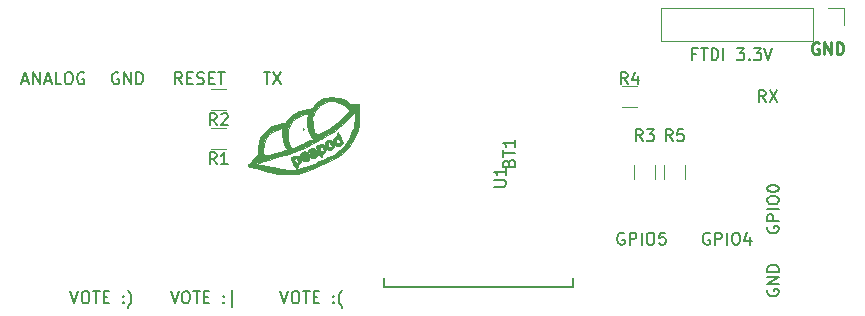
<source format=gbr>
G04 #@! TF.FileFunction,Legend,Top*
%FSLAX46Y46*%
G04 Gerber Fmt 4.6, Leading zero omitted, Abs format (unit mm)*
G04 Created by KiCad (PCBNEW 4.0.6) date Fri Aug 18 15:24:34 2017*
%MOMM*%
%LPD*%
G01*
G04 APERTURE LIST*
%ADD10C,0.100000*%
%ADD11C,0.250000*%
%ADD12C,0.152400*%
%ADD13C,0.120000*%
%ADD14C,0.010000*%
%ADD15C,0.150000*%
G04 APERTURE END LIST*
D10*
D11*
X220726096Y-29980000D02*
X220630858Y-29932381D01*
X220488001Y-29932381D01*
X220345143Y-29980000D01*
X220249905Y-30075238D01*
X220202286Y-30170476D01*
X220154667Y-30360952D01*
X220154667Y-30503810D01*
X220202286Y-30694286D01*
X220249905Y-30789524D01*
X220345143Y-30884762D01*
X220488001Y-30932381D01*
X220583239Y-30932381D01*
X220726096Y-30884762D01*
X220773715Y-30837143D01*
X220773715Y-30503810D01*
X220583239Y-30503810D01*
X221202286Y-30932381D02*
X221202286Y-29932381D01*
X221773715Y-30932381D01*
X221773715Y-29932381D01*
X222249905Y-30932381D02*
X222249905Y-29932381D01*
X222488000Y-29932381D01*
X222630858Y-29980000D01*
X222726096Y-30075238D01*
X222773715Y-30170476D01*
X222821334Y-30360952D01*
X222821334Y-30503810D01*
X222773715Y-30694286D01*
X222726096Y-30789524D01*
X222630858Y-30884762D01*
X222488000Y-30932381D01*
X222249905Y-30932381D01*
D12*
X183896000Y-49911000D02*
X183896000Y-50673000D01*
X183896000Y-50673000D02*
X199898000Y-50673000D01*
X199898000Y-50673000D02*
X199898000Y-49911000D01*
D13*
X220218000Y-27058000D02*
X207398000Y-27058000D01*
X207398000Y-27058000D02*
X207398000Y-29838000D01*
X207398000Y-29838000D02*
X220218000Y-29838000D01*
X220218000Y-29838000D02*
X220218000Y-27058000D01*
X221488000Y-27058000D02*
X222878000Y-27058000D01*
X222878000Y-27058000D02*
X222878000Y-28448000D01*
X169326000Y-37220000D02*
X170526000Y-37220000D01*
X170526000Y-38980000D02*
X169326000Y-38980000D01*
X169326000Y-33918000D02*
X170526000Y-33918000D01*
X170526000Y-35678000D02*
X169326000Y-35678000D01*
X205114000Y-41494000D02*
X205114000Y-40294000D01*
X206874000Y-40294000D02*
X206874000Y-41494000D01*
X205324000Y-35424000D02*
X204124000Y-35424000D01*
X204124000Y-33664000D02*
X205324000Y-33664000D01*
X209414000Y-40294000D02*
X209414000Y-41494000D01*
X207654000Y-41494000D02*
X207654000Y-40294000D01*
D14*
G36*
X179923429Y-34617830D02*
X180225266Y-34655496D01*
X180465565Y-34730508D01*
X180676461Y-34852877D01*
X180888820Y-35031420D01*
X181010838Y-35135244D01*
X181117875Y-35179749D01*
X181261603Y-35177085D01*
X181409989Y-35153958D01*
X181602895Y-35129110D01*
X181740828Y-35126813D01*
X181780650Y-35137983D01*
X181795004Y-35212738D01*
X181807091Y-35391050D01*
X181815943Y-35649481D01*
X181820591Y-35964595D01*
X181821054Y-36115525D01*
X181819028Y-36492773D01*
X181810764Y-36774420D01*
X181792404Y-36991840D01*
X181760090Y-37176411D01*
X181709968Y-37359506D01*
X181643983Y-37555982D01*
X181349276Y-38216432D01*
X180957868Y-38794738D01*
X180471371Y-39289155D01*
X179891395Y-39697937D01*
X179465640Y-39916629D01*
X179199758Y-40036857D01*
X178943812Y-40153680D01*
X178746412Y-40244893D01*
X178720750Y-40256924D01*
X178212967Y-40494042D01*
X177798272Y-40681067D01*
X177455742Y-40823851D01*
X177164451Y-40928248D01*
X176903476Y-41000111D01*
X176651891Y-41045292D01*
X176388772Y-41069645D01*
X176093195Y-41079023D01*
X175780090Y-41079486D01*
X175445798Y-41076412D01*
X175155621Y-41071339D01*
X174933800Y-41064875D01*
X174804572Y-41057627D01*
X174783750Y-41054499D01*
X174696785Y-41030430D01*
X174519137Y-40983320D01*
X174283129Y-40921708D01*
X174180500Y-40895142D01*
X173897792Y-40819840D01*
X173629276Y-40744406D01*
X173423325Y-40682524D01*
X173386750Y-40670597D01*
X173174398Y-40608507D01*
X172912553Y-40543968D01*
X172767625Y-40512966D01*
X172536747Y-40452228D01*
X172417225Y-40385464D01*
X172402500Y-40352308D01*
X172445920Y-40272407D01*
X172488424Y-40220708D01*
X173098837Y-40220708D01*
X173401543Y-40298815D01*
X173636320Y-40349213D01*
X173922574Y-40396832D01*
X174117000Y-40421986D01*
X174381852Y-40461328D01*
X174637487Y-40516184D01*
X174783750Y-40559508D01*
X175265391Y-40689075D01*
X175779261Y-40748449D01*
X176278471Y-40734933D01*
X176647226Y-40666669D01*
X176899541Y-40593818D01*
X177147603Y-40518516D01*
X177260250Y-40482509D01*
X177500918Y-40407419D01*
X177750676Y-40335586D01*
X177774984Y-40329029D01*
X178006523Y-40243796D01*
X178230200Y-40126800D01*
X178254831Y-40110685D01*
X178411607Y-40021671D01*
X178647789Y-39907938D01*
X178923441Y-39788205D01*
X179059229Y-39733637D01*
X179683512Y-39435491D01*
X180216186Y-39066707D01*
X180650126Y-38634225D01*
X180978211Y-38144985D01*
X181173410Y-37673971D01*
X181248040Y-37448022D01*
X181317703Y-37266126D01*
X181367612Y-37166808D01*
X181368512Y-37165674D01*
X181398313Y-37072586D01*
X181428251Y-36883645D01*
X181454096Y-36629925D01*
X181466760Y-36443855D01*
X181502287Y-35799111D01*
X180778268Y-36526409D01*
X180431883Y-36864617D01*
X180129836Y-37134035D01*
X179835829Y-37363990D01*
X179513564Y-37583809D01*
X179315040Y-37708603D01*
X179041094Y-37874859D01*
X178804806Y-38013891D01*
X178627584Y-38113426D01*
X178530838Y-38161192D01*
X178521290Y-38163621D01*
X178446043Y-38194354D01*
X178289638Y-38276663D01*
X178079273Y-38395884D01*
X177958750Y-38466906D01*
X177664859Y-38632092D01*
X177344537Y-38796228D01*
X177057914Y-38928795D01*
X177006250Y-38950328D01*
X176743925Y-39058122D01*
X176488002Y-39165606D01*
X176298882Y-39247324D01*
X176091017Y-39330140D01*
X175897291Y-39392525D01*
X175854382Y-39403016D01*
X175515207Y-39483366D01*
X175097375Y-39593907D01*
X174642121Y-39722948D01*
X174190684Y-39858800D01*
X173784301Y-39989770D01*
X173782543Y-39990362D01*
X173098837Y-40220708D01*
X172488424Y-40220708D01*
X172562491Y-40130621D01*
X172731680Y-39950808D01*
X172839432Y-39844624D01*
X173276365Y-39425128D01*
X173298410Y-38968425D01*
X173697927Y-38968425D01*
X173729774Y-39283330D01*
X173730908Y-39287591D01*
X173780243Y-39447882D01*
X173839134Y-39513774D01*
X173949192Y-39513753D01*
X174037769Y-39497667D01*
X174209944Y-39457773D01*
X174457579Y-39392085D01*
X174734971Y-39312877D01*
X174815500Y-39288814D01*
X175088402Y-39208737D01*
X175340451Y-39138947D01*
X175528234Y-39091342D01*
X175566871Y-39082896D01*
X175778492Y-39040104D01*
X175655908Y-38903427D01*
X175473237Y-38608621D01*
X175361829Y-38213987D01*
X175325172Y-37747204D01*
X175769561Y-37747204D01*
X175791673Y-37947279D01*
X175847435Y-38199816D01*
X175923883Y-38460787D01*
X176008051Y-38686166D01*
X176086973Y-38831924D01*
X176090151Y-38835854D01*
X176133886Y-38873308D01*
X176196427Y-38884143D01*
X176296060Y-38862204D01*
X176451072Y-38801338D01*
X176679749Y-38695391D01*
X177000379Y-38538209D01*
X177054640Y-38511270D01*
X177303284Y-38390948D01*
X177512575Y-38295647D01*
X177654618Y-38237745D01*
X177697491Y-38226027D01*
X177810566Y-38193581D01*
X177858791Y-38167753D01*
X177899740Y-38114619D01*
X177868011Y-38030289D01*
X177754306Y-37888329D01*
X177606102Y-37642841D01*
X177499723Y-37308832D01*
X177441931Y-36919845D01*
X177439491Y-36509421D01*
X177442516Y-36476245D01*
X177869119Y-36476245D01*
X177889547Y-36721017D01*
X177905088Y-36866208D01*
X177944035Y-37172735D01*
X177987148Y-37381730D01*
X178042579Y-37522598D01*
X178114120Y-37620153D01*
X178266841Y-37727758D01*
X178425874Y-37714595D01*
X178530250Y-37653414D01*
X178638528Y-37599159D01*
X178738526Y-37563138D01*
X178970471Y-37460585D01*
X179267235Y-37281362D01*
X179606645Y-37041333D01*
X179966530Y-36756357D01*
X180324719Y-36442294D01*
X180388296Y-36382961D01*
X181025444Y-35782250D01*
X180870694Y-35541592D01*
X180739875Y-35378502D01*
X180599905Y-35261758D01*
X180559518Y-35241461D01*
X180405783Y-35178597D01*
X180202851Y-35090330D01*
X180121029Y-35053493D01*
X179720697Y-34938708D01*
X179302657Y-34946495D01*
X178881002Y-35076472D01*
X178856843Y-35087700D01*
X178543429Y-35264518D01*
X178311946Y-35472174D01*
X178117685Y-35751014D01*
X178113223Y-35758719D01*
X177988011Y-35980348D01*
X177910694Y-36146651D01*
X177873616Y-36298370D01*
X177869119Y-36476245D01*
X177442516Y-36476245D01*
X177450952Y-36383752D01*
X177466428Y-36173911D01*
X177458317Y-36039215D01*
X177436760Y-36004500D01*
X177246377Y-36036774D01*
X176993413Y-36121652D01*
X176720904Y-36241213D01*
X176471891Y-36377538D01*
X176362267Y-36451874D01*
X176165340Y-36615087D01*
X176037876Y-36773808D01*
X175941325Y-36981736D01*
X175901892Y-37093183D01*
X175830161Y-37346971D01*
X175782196Y-37596160D01*
X175769561Y-37747204D01*
X175325172Y-37747204D01*
X175323509Y-37726030D01*
X175323500Y-37717714D01*
X175321420Y-37465991D01*
X175310324Y-37315622D01*
X175282922Y-37240972D01*
X175231925Y-37216407D01*
X175180625Y-37215214D01*
X175053598Y-37244562D01*
X174856358Y-37317588D01*
X174630990Y-37418662D01*
X174625000Y-37421589D01*
X174349923Y-37576059D01*
X174154113Y-37740981D01*
X174014008Y-37920373D01*
X173849579Y-38240900D01*
X173741040Y-38605599D01*
X173697927Y-38968425D01*
X173298410Y-38968425D01*
X173302983Y-38873689D01*
X173352421Y-38427246D01*
X173463499Y-38060997D01*
X173652676Y-37736442D01*
X173919323Y-37432071D01*
X174290566Y-37127818D01*
X174692403Y-36917870D01*
X175098450Y-36814989D01*
X175211618Y-36807043D01*
X175412168Y-36794985D01*
X175535770Y-36754057D01*
X175632468Y-36656943D01*
X175717320Y-36530985D01*
X175979449Y-36225362D01*
X176329762Y-35962868D01*
X176731625Y-35763198D01*
X177148403Y-35646046D01*
X177405507Y-35623468D01*
X177576366Y-35615759D01*
X177699215Y-35577357D01*
X177816083Y-35485291D01*
X177969002Y-35316586D01*
X177970825Y-35314469D01*
X178171865Y-35106934D01*
X178401763Y-34906492D01*
X178537337Y-34806500D01*
X178676177Y-34718572D01*
X178796087Y-34661287D01*
X178929688Y-34628093D01*
X179109599Y-34612436D01*
X179368438Y-34607764D01*
X179527916Y-34607500D01*
X179923429Y-34617830D01*
X179923429Y-34617830D01*
G37*
X179923429Y-34617830D02*
X180225266Y-34655496D01*
X180465565Y-34730508D01*
X180676461Y-34852877D01*
X180888820Y-35031420D01*
X181010838Y-35135244D01*
X181117875Y-35179749D01*
X181261603Y-35177085D01*
X181409989Y-35153958D01*
X181602895Y-35129110D01*
X181740828Y-35126813D01*
X181780650Y-35137983D01*
X181795004Y-35212738D01*
X181807091Y-35391050D01*
X181815943Y-35649481D01*
X181820591Y-35964595D01*
X181821054Y-36115525D01*
X181819028Y-36492773D01*
X181810764Y-36774420D01*
X181792404Y-36991840D01*
X181760090Y-37176411D01*
X181709968Y-37359506D01*
X181643983Y-37555982D01*
X181349276Y-38216432D01*
X180957868Y-38794738D01*
X180471371Y-39289155D01*
X179891395Y-39697937D01*
X179465640Y-39916629D01*
X179199758Y-40036857D01*
X178943812Y-40153680D01*
X178746412Y-40244893D01*
X178720750Y-40256924D01*
X178212967Y-40494042D01*
X177798272Y-40681067D01*
X177455742Y-40823851D01*
X177164451Y-40928248D01*
X176903476Y-41000111D01*
X176651891Y-41045292D01*
X176388772Y-41069645D01*
X176093195Y-41079023D01*
X175780090Y-41079486D01*
X175445798Y-41076412D01*
X175155621Y-41071339D01*
X174933800Y-41064875D01*
X174804572Y-41057627D01*
X174783750Y-41054499D01*
X174696785Y-41030430D01*
X174519137Y-40983320D01*
X174283129Y-40921708D01*
X174180500Y-40895142D01*
X173897792Y-40819840D01*
X173629276Y-40744406D01*
X173423325Y-40682524D01*
X173386750Y-40670597D01*
X173174398Y-40608507D01*
X172912553Y-40543968D01*
X172767625Y-40512966D01*
X172536747Y-40452228D01*
X172417225Y-40385464D01*
X172402500Y-40352308D01*
X172445920Y-40272407D01*
X172488424Y-40220708D01*
X173098837Y-40220708D01*
X173401543Y-40298815D01*
X173636320Y-40349213D01*
X173922574Y-40396832D01*
X174117000Y-40421986D01*
X174381852Y-40461328D01*
X174637487Y-40516184D01*
X174783750Y-40559508D01*
X175265391Y-40689075D01*
X175779261Y-40748449D01*
X176278471Y-40734933D01*
X176647226Y-40666669D01*
X176899541Y-40593818D01*
X177147603Y-40518516D01*
X177260250Y-40482509D01*
X177500918Y-40407419D01*
X177750676Y-40335586D01*
X177774984Y-40329029D01*
X178006523Y-40243796D01*
X178230200Y-40126800D01*
X178254831Y-40110685D01*
X178411607Y-40021671D01*
X178647789Y-39907938D01*
X178923441Y-39788205D01*
X179059229Y-39733637D01*
X179683512Y-39435491D01*
X180216186Y-39066707D01*
X180650126Y-38634225D01*
X180978211Y-38144985D01*
X181173410Y-37673971D01*
X181248040Y-37448022D01*
X181317703Y-37266126D01*
X181367612Y-37166808D01*
X181368512Y-37165674D01*
X181398313Y-37072586D01*
X181428251Y-36883645D01*
X181454096Y-36629925D01*
X181466760Y-36443855D01*
X181502287Y-35799111D01*
X180778268Y-36526409D01*
X180431883Y-36864617D01*
X180129836Y-37134035D01*
X179835829Y-37363990D01*
X179513564Y-37583809D01*
X179315040Y-37708603D01*
X179041094Y-37874859D01*
X178804806Y-38013891D01*
X178627584Y-38113426D01*
X178530838Y-38161192D01*
X178521290Y-38163621D01*
X178446043Y-38194354D01*
X178289638Y-38276663D01*
X178079273Y-38395884D01*
X177958750Y-38466906D01*
X177664859Y-38632092D01*
X177344537Y-38796228D01*
X177057914Y-38928795D01*
X177006250Y-38950328D01*
X176743925Y-39058122D01*
X176488002Y-39165606D01*
X176298882Y-39247324D01*
X176091017Y-39330140D01*
X175897291Y-39392525D01*
X175854382Y-39403016D01*
X175515207Y-39483366D01*
X175097375Y-39593907D01*
X174642121Y-39722948D01*
X174190684Y-39858800D01*
X173784301Y-39989770D01*
X173782543Y-39990362D01*
X173098837Y-40220708D01*
X172488424Y-40220708D01*
X172562491Y-40130621D01*
X172731680Y-39950808D01*
X172839432Y-39844624D01*
X173276365Y-39425128D01*
X173298410Y-38968425D01*
X173697927Y-38968425D01*
X173729774Y-39283330D01*
X173730908Y-39287591D01*
X173780243Y-39447882D01*
X173839134Y-39513774D01*
X173949192Y-39513753D01*
X174037769Y-39497667D01*
X174209944Y-39457773D01*
X174457579Y-39392085D01*
X174734971Y-39312877D01*
X174815500Y-39288814D01*
X175088402Y-39208737D01*
X175340451Y-39138947D01*
X175528234Y-39091342D01*
X175566871Y-39082896D01*
X175778492Y-39040104D01*
X175655908Y-38903427D01*
X175473237Y-38608621D01*
X175361829Y-38213987D01*
X175325172Y-37747204D01*
X175769561Y-37747204D01*
X175791673Y-37947279D01*
X175847435Y-38199816D01*
X175923883Y-38460787D01*
X176008051Y-38686166D01*
X176086973Y-38831924D01*
X176090151Y-38835854D01*
X176133886Y-38873308D01*
X176196427Y-38884143D01*
X176296060Y-38862204D01*
X176451072Y-38801338D01*
X176679749Y-38695391D01*
X177000379Y-38538209D01*
X177054640Y-38511270D01*
X177303284Y-38390948D01*
X177512575Y-38295647D01*
X177654618Y-38237745D01*
X177697491Y-38226027D01*
X177810566Y-38193581D01*
X177858791Y-38167753D01*
X177899740Y-38114619D01*
X177868011Y-38030289D01*
X177754306Y-37888329D01*
X177606102Y-37642841D01*
X177499723Y-37308832D01*
X177441931Y-36919845D01*
X177439491Y-36509421D01*
X177442516Y-36476245D01*
X177869119Y-36476245D01*
X177889547Y-36721017D01*
X177905088Y-36866208D01*
X177944035Y-37172735D01*
X177987148Y-37381730D01*
X178042579Y-37522598D01*
X178114120Y-37620153D01*
X178266841Y-37727758D01*
X178425874Y-37714595D01*
X178530250Y-37653414D01*
X178638528Y-37599159D01*
X178738526Y-37563138D01*
X178970471Y-37460585D01*
X179267235Y-37281362D01*
X179606645Y-37041333D01*
X179966530Y-36756357D01*
X180324719Y-36442294D01*
X180388296Y-36382961D01*
X181025444Y-35782250D01*
X180870694Y-35541592D01*
X180739875Y-35378502D01*
X180599905Y-35261758D01*
X180559518Y-35241461D01*
X180405783Y-35178597D01*
X180202851Y-35090330D01*
X180121029Y-35053493D01*
X179720697Y-34938708D01*
X179302657Y-34946495D01*
X178881002Y-35076472D01*
X178856843Y-35087700D01*
X178543429Y-35264518D01*
X178311946Y-35472174D01*
X178117685Y-35751014D01*
X178113223Y-35758719D01*
X177988011Y-35980348D01*
X177910694Y-36146651D01*
X177873616Y-36298370D01*
X177869119Y-36476245D01*
X177442516Y-36476245D01*
X177450952Y-36383752D01*
X177466428Y-36173911D01*
X177458317Y-36039215D01*
X177436760Y-36004500D01*
X177246377Y-36036774D01*
X176993413Y-36121652D01*
X176720904Y-36241213D01*
X176471891Y-36377538D01*
X176362267Y-36451874D01*
X176165340Y-36615087D01*
X176037876Y-36773808D01*
X175941325Y-36981736D01*
X175901892Y-37093183D01*
X175830161Y-37346971D01*
X175782196Y-37596160D01*
X175769561Y-37747204D01*
X175325172Y-37747204D01*
X175323509Y-37726030D01*
X175323500Y-37717714D01*
X175321420Y-37465991D01*
X175310324Y-37315622D01*
X175282922Y-37240972D01*
X175231925Y-37216407D01*
X175180625Y-37215214D01*
X175053598Y-37244562D01*
X174856358Y-37317588D01*
X174630990Y-37418662D01*
X174625000Y-37421589D01*
X174349923Y-37576059D01*
X174154113Y-37740981D01*
X174014008Y-37920373D01*
X173849579Y-38240900D01*
X173741040Y-38605599D01*
X173697927Y-38968425D01*
X173298410Y-38968425D01*
X173302983Y-38873689D01*
X173352421Y-38427246D01*
X173463499Y-38060997D01*
X173652676Y-37736442D01*
X173919323Y-37432071D01*
X174290566Y-37127818D01*
X174692403Y-36917870D01*
X175098450Y-36814989D01*
X175211618Y-36807043D01*
X175412168Y-36794985D01*
X175535770Y-36754057D01*
X175632468Y-36656943D01*
X175717320Y-36530985D01*
X175979449Y-36225362D01*
X176329762Y-35962868D01*
X176731625Y-35763198D01*
X177148403Y-35646046D01*
X177405507Y-35623468D01*
X177576366Y-35615759D01*
X177699215Y-35577357D01*
X177816083Y-35485291D01*
X177969002Y-35316586D01*
X177970825Y-35314469D01*
X178171865Y-35106934D01*
X178401763Y-34906492D01*
X178537337Y-34806500D01*
X178676177Y-34718572D01*
X178796087Y-34661287D01*
X178929688Y-34628093D01*
X179109599Y-34612436D01*
X179368438Y-34607764D01*
X179527916Y-34607500D01*
X179923429Y-34617830D01*
G36*
X177340503Y-39225447D02*
X177476181Y-39335212D01*
X177544590Y-39466677D01*
X177546000Y-39485942D01*
X177493386Y-39558305D01*
X177364274Y-39639078D01*
X177339625Y-39650387D01*
X177216752Y-39709784D01*
X177204539Y-39737741D01*
X177272377Y-39745820D01*
X177400207Y-39724133D01*
X177450750Y-39687500D01*
X177533037Y-39625735D01*
X177598764Y-39669886D01*
X177609500Y-39728124D01*
X177555222Y-39867706D01*
X177419149Y-39960785D01*
X177241425Y-39996361D01*
X177062192Y-39963433D01*
X176968041Y-39903905D01*
X176887617Y-39839190D01*
X176875762Y-39871364D01*
X176890135Y-39932072D01*
X176866225Y-40087710D01*
X176765179Y-40220093D01*
X176660113Y-40357548D01*
X176615605Y-40481066D01*
X176615834Y-40491118D01*
X176579059Y-40594637D01*
X176530000Y-40621365D01*
X176445427Y-40573571D01*
X176330641Y-40406676D01*
X176228375Y-40209817D01*
X176128931Y-39997437D01*
X176072516Y-39869004D01*
X176347694Y-39869004D01*
X176405234Y-40009174D01*
X176502891Y-40119803D01*
X176594746Y-40124859D01*
X176645565Y-40031944D01*
X176645342Y-39957375D01*
X176592727Y-39813786D01*
X176482375Y-39762458D01*
X176366755Y-39776780D01*
X176347694Y-39869004D01*
X176072516Y-39869004D01*
X176055753Y-39830843D01*
X176022654Y-39741696D01*
X176022000Y-39736873D01*
X176039478Y-39719250D01*
X176784000Y-39719250D01*
X176815750Y-39751000D01*
X176847500Y-39719250D01*
X176815750Y-39687500D01*
X176784000Y-39719250D01*
X176039478Y-39719250D01*
X176073683Y-39684763D01*
X176202272Y-39608794D01*
X176247429Y-39586485D01*
X176426896Y-39520265D01*
X176565440Y-39526375D01*
X176628429Y-39550394D01*
X176742641Y-39589716D01*
X176781937Y-39556413D01*
X176784000Y-39527388D01*
X176796781Y-39495007D01*
X177038000Y-39495007D01*
X177084545Y-39529945D01*
X177133250Y-39519963D01*
X177216801Y-39474891D01*
X177228500Y-39458456D01*
X177176647Y-39436258D01*
X177133250Y-39433500D01*
X177048730Y-39466731D01*
X177038000Y-39495007D01*
X176796781Y-39495007D01*
X176837712Y-39391309D01*
X176967546Y-39264443D01*
X177126548Y-39187333D01*
X177186908Y-39179500D01*
X177340503Y-39225447D01*
X177340503Y-39225447D01*
G37*
X177340503Y-39225447D02*
X177476181Y-39335212D01*
X177544590Y-39466677D01*
X177546000Y-39485942D01*
X177493386Y-39558305D01*
X177364274Y-39639078D01*
X177339625Y-39650387D01*
X177216752Y-39709784D01*
X177204539Y-39737741D01*
X177272377Y-39745820D01*
X177400207Y-39724133D01*
X177450750Y-39687500D01*
X177533037Y-39625735D01*
X177598764Y-39669886D01*
X177609500Y-39728124D01*
X177555222Y-39867706D01*
X177419149Y-39960785D01*
X177241425Y-39996361D01*
X177062192Y-39963433D01*
X176968041Y-39903905D01*
X176887617Y-39839190D01*
X176875762Y-39871364D01*
X176890135Y-39932072D01*
X176866225Y-40087710D01*
X176765179Y-40220093D01*
X176660113Y-40357548D01*
X176615605Y-40481066D01*
X176615834Y-40491118D01*
X176579059Y-40594637D01*
X176530000Y-40621365D01*
X176445427Y-40573571D01*
X176330641Y-40406676D01*
X176228375Y-40209817D01*
X176128931Y-39997437D01*
X176072516Y-39869004D01*
X176347694Y-39869004D01*
X176405234Y-40009174D01*
X176502891Y-40119803D01*
X176594746Y-40124859D01*
X176645565Y-40031944D01*
X176645342Y-39957375D01*
X176592727Y-39813786D01*
X176482375Y-39762458D01*
X176366755Y-39776780D01*
X176347694Y-39869004D01*
X176072516Y-39869004D01*
X176055753Y-39830843D01*
X176022654Y-39741696D01*
X176022000Y-39736873D01*
X176039478Y-39719250D01*
X176784000Y-39719250D01*
X176815750Y-39751000D01*
X176847500Y-39719250D01*
X176815750Y-39687500D01*
X176784000Y-39719250D01*
X176039478Y-39719250D01*
X176073683Y-39684763D01*
X176202272Y-39608794D01*
X176247429Y-39586485D01*
X176426896Y-39520265D01*
X176565440Y-39526375D01*
X176628429Y-39550394D01*
X176742641Y-39589716D01*
X176781937Y-39556413D01*
X176784000Y-39527388D01*
X176796781Y-39495007D01*
X177038000Y-39495007D01*
X177084545Y-39529945D01*
X177133250Y-39519963D01*
X177216801Y-39474891D01*
X177228500Y-39458456D01*
X177176647Y-39436258D01*
X177133250Y-39433500D01*
X177048730Y-39466731D01*
X177038000Y-39495007D01*
X176796781Y-39495007D01*
X176837712Y-39391309D01*
X176967546Y-39264443D01*
X177126548Y-39187333D01*
X177186908Y-39179500D01*
X177340503Y-39225447D01*
G36*
X177957900Y-38887862D02*
X178084878Y-38973329D01*
X178203747Y-39137475D01*
X178286494Y-39333550D01*
X178308000Y-39472152D01*
X178257506Y-39534668D01*
X178137293Y-39619731D01*
X177994256Y-39699600D01*
X177875295Y-39746532D01*
X177839870Y-39749069D01*
X177786402Y-39720206D01*
X177720625Y-39682413D01*
X177624716Y-39564775D01*
X177623898Y-39429531D01*
X177875406Y-39429531D01*
X177892740Y-39488571D01*
X177930968Y-39485093D01*
X178027202Y-39404697D01*
X178042093Y-39373968D01*
X178024759Y-39314928D01*
X177986531Y-39318406D01*
X177890297Y-39398802D01*
X177875406Y-39429531D01*
X177623898Y-39429531D01*
X177623754Y-39405890D01*
X177713453Y-39243770D01*
X177776813Y-39184108D01*
X177870166Y-39097455D01*
X177884331Y-39053763D01*
X177876599Y-39052500D01*
X177780436Y-39093326D01*
X177713821Y-39147750D01*
X177591847Y-39231936D01*
X177506315Y-39222230D01*
X177482500Y-39149213D01*
X177538101Y-39032460D01*
X177673631Y-38935098D01*
X177842181Y-38882916D01*
X177957900Y-38887862D01*
X177957900Y-38887862D01*
G37*
X177957900Y-38887862D02*
X178084878Y-38973329D01*
X178203747Y-39137475D01*
X178286494Y-39333550D01*
X178308000Y-39472152D01*
X178257506Y-39534668D01*
X178137293Y-39619731D01*
X177994256Y-39699600D01*
X177875295Y-39746532D01*
X177839870Y-39749069D01*
X177786402Y-39720206D01*
X177720625Y-39682413D01*
X177624716Y-39564775D01*
X177623898Y-39429531D01*
X177875406Y-39429531D01*
X177892740Y-39488571D01*
X177930968Y-39485093D01*
X178027202Y-39404697D01*
X178042093Y-39373968D01*
X178024759Y-39314928D01*
X177986531Y-39318406D01*
X177890297Y-39398802D01*
X177875406Y-39429531D01*
X177623898Y-39429531D01*
X177623754Y-39405890D01*
X177713453Y-39243770D01*
X177776813Y-39184108D01*
X177870166Y-39097455D01*
X177884331Y-39053763D01*
X177876599Y-39052500D01*
X177780436Y-39093326D01*
X177713821Y-39147750D01*
X177591847Y-39231936D01*
X177506315Y-39222230D01*
X177482500Y-39149213D01*
X177538101Y-39032460D01*
X177673631Y-38935098D01*
X177842181Y-38882916D01*
X177957900Y-38887862D01*
G36*
X180079841Y-37621872D02*
X180181050Y-37781477D01*
X180292866Y-38024499D01*
X180295046Y-38029911D01*
X180483743Y-38499573D01*
X180332496Y-38615874D01*
X180130810Y-38717485D01*
X179945360Y-38713857D01*
X179823900Y-38629822D01*
X179760326Y-38569490D01*
X179725829Y-38607668D01*
X179704776Y-38706888D01*
X179614077Y-38892133D01*
X179501678Y-38985180D01*
X179376035Y-39042561D01*
X179277288Y-39030555D01*
X179148800Y-38946853D01*
X178967046Y-38812476D01*
X178992829Y-38988145D01*
X178977259Y-39153827D01*
X178871463Y-39266881D01*
X178761338Y-39389465D01*
X178722532Y-39507279D01*
X178698355Y-39637333D01*
X178634426Y-39652142D01*
X178536291Y-39555107D01*
X178409500Y-39349630D01*
X178382871Y-39299081D01*
X178256904Y-39038768D01*
X178230269Y-38958817D01*
X178494092Y-38958817D01*
X178537757Y-39070499D01*
X178540833Y-39073666D01*
X178632189Y-39111444D01*
X178744686Y-39109095D01*
X178813265Y-39070397D01*
X178816000Y-39057693D01*
X178773561Y-38895782D01*
X178666033Y-38805790D01*
X178618706Y-38798500D01*
X178526655Y-38848436D01*
X178494092Y-38958817D01*
X178230269Y-38958817D01*
X178198030Y-38862046D01*
X178205204Y-38745333D01*
X178277379Y-38665048D01*
X178352905Y-38623875D01*
X178586376Y-38552473D01*
X178771227Y-38569247D01*
X178874413Y-38655625D01*
X178919042Y-38713251D01*
X178937681Y-38666624D01*
X178940614Y-38585635D01*
X179198034Y-38585635D01*
X179225504Y-38716660D01*
X179268237Y-38780837D01*
X179370842Y-38822581D01*
X179473903Y-38795224D01*
X179514500Y-38724031D01*
X179475982Y-38589023D01*
X179387251Y-38468539D01*
X179350503Y-38449250D01*
X179641500Y-38449250D01*
X179673250Y-38481000D01*
X179705000Y-38449250D01*
X179673250Y-38417500D01*
X179641500Y-38449250D01*
X179350503Y-38449250D01*
X179290015Y-38417500D01*
X179220592Y-38468327D01*
X179198034Y-38585635D01*
X178940614Y-38585635D01*
X178941069Y-38573075D01*
X178966101Y-38409540D01*
X179019199Y-38303200D01*
X179150031Y-38243632D01*
X179332813Y-38230460D01*
X179501272Y-38263685D01*
X179565300Y-38303200D01*
X179620333Y-38332284D01*
X179635897Y-38273392D01*
X179859651Y-38273392D01*
X179892589Y-38348561D01*
X179994172Y-38456979D01*
X180109177Y-38474935D01*
X180180438Y-38418812D01*
X180185751Y-38310670D01*
X180121762Y-38193931D01*
X180025333Y-38126500D01*
X179993304Y-38124842D01*
X179871096Y-38172328D01*
X179859651Y-38273392D01*
X179635897Y-38273392D01*
X179640450Y-38256167D01*
X179641500Y-38206588D01*
X179687910Y-38043784D01*
X179795246Y-37963725D01*
X179916196Y-37863113D01*
X179938121Y-37726962D01*
X179948549Y-37586273D01*
X179999065Y-37554024D01*
X180079841Y-37621872D01*
X180079841Y-37621872D01*
G37*
X180079841Y-37621872D02*
X180181050Y-37781477D01*
X180292866Y-38024499D01*
X180295046Y-38029911D01*
X180483743Y-38499573D01*
X180332496Y-38615874D01*
X180130810Y-38717485D01*
X179945360Y-38713857D01*
X179823900Y-38629822D01*
X179760326Y-38569490D01*
X179725829Y-38607668D01*
X179704776Y-38706888D01*
X179614077Y-38892133D01*
X179501678Y-38985180D01*
X179376035Y-39042561D01*
X179277288Y-39030555D01*
X179148800Y-38946853D01*
X178967046Y-38812476D01*
X178992829Y-38988145D01*
X178977259Y-39153827D01*
X178871463Y-39266881D01*
X178761338Y-39389465D01*
X178722532Y-39507279D01*
X178698355Y-39637333D01*
X178634426Y-39652142D01*
X178536291Y-39555107D01*
X178409500Y-39349630D01*
X178382871Y-39299081D01*
X178256904Y-39038768D01*
X178230269Y-38958817D01*
X178494092Y-38958817D01*
X178537757Y-39070499D01*
X178540833Y-39073666D01*
X178632189Y-39111444D01*
X178744686Y-39109095D01*
X178813265Y-39070397D01*
X178816000Y-39057693D01*
X178773561Y-38895782D01*
X178666033Y-38805790D01*
X178618706Y-38798500D01*
X178526655Y-38848436D01*
X178494092Y-38958817D01*
X178230269Y-38958817D01*
X178198030Y-38862046D01*
X178205204Y-38745333D01*
X178277379Y-38665048D01*
X178352905Y-38623875D01*
X178586376Y-38552473D01*
X178771227Y-38569247D01*
X178874413Y-38655625D01*
X178919042Y-38713251D01*
X178937681Y-38666624D01*
X178940614Y-38585635D01*
X179198034Y-38585635D01*
X179225504Y-38716660D01*
X179268237Y-38780837D01*
X179370842Y-38822581D01*
X179473903Y-38795224D01*
X179514500Y-38724031D01*
X179475982Y-38589023D01*
X179387251Y-38468539D01*
X179350503Y-38449250D01*
X179641500Y-38449250D01*
X179673250Y-38481000D01*
X179705000Y-38449250D01*
X179673250Y-38417500D01*
X179641500Y-38449250D01*
X179350503Y-38449250D01*
X179290015Y-38417500D01*
X179220592Y-38468327D01*
X179198034Y-38585635D01*
X178940614Y-38585635D01*
X178941069Y-38573075D01*
X178966101Y-38409540D01*
X179019199Y-38303200D01*
X179150031Y-38243632D01*
X179332813Y-38230460D01*
X179501272Y-38263685D01*
X179565300Y-38303200D01*
X179620333Y-38332284D01*
X179635897Y-38273392D01*
X179859651Y-38273392D01*
X179892589Y-38348561D01*
X179994172Y-38456979D01*
X180109177Y-38474935D01*
X180180438Y-38418812D01*
X180185751Y-38310670D01*
X180121762Y-38193931D01*
X180025333Y-38126500D01*
X179993304Y-38124842D01*
X179871096Y-38172328D01*
X179859651Y-38273392D01*
X179635897Y-38273392D01*
X179640450Y-38256167D01*
X179641500Y-38206588D01*
X179687910Y-38043784D01*
X179795246Y-37963725D01*
X179916196Y-37863113D01*
X179938121Y-37726962D01*
X179948549Y-37586273D01*
X179999065Y-37554024D01*
X180079841Y-37621872D01*
G36*
X177143172Y-37249902D02*
X177133250Y-37274500D01*
X177076188Y-37335077D01*
X177066002Y-37338000D01*
X177038728Y-37288870D01*
X177038000Y-37274500D01*
X177086815Y-37213440D01*
X177105247Y-37211000D01*
X177143172Y-37249902D01*
X177143172Y-37249902D01*
G37*
X177143172Y-37249902D02*
X177133250Y-37274500D01*
X177076188Y-37335077D01*
X177066002Y-37338000D01*
X177038728Y-37288870D01*
X177038000Y-37274500D01*
X177086815Y-37213440D01*
X177105247Y-37211000D01*
X177143172Y-37249902D01*
D15*
X193254381Y-42163905D02*
X194063905Y-42163905D01*
X194159143Y-42116286D01*
X194206762Y-42068667D01*
X194254381Y-41973429D01*
X194254381Y-41782952D01*
X194206762Y-41687714D01*
X194159143Y-41640095D01*
X194063905Y-41592476D01*
X193254381Y-41592476D01*
X194254381Y-40592476D02*
X194254381Y-41163905D01*
X194254381Y-40878191D02*
X193254381Y-40878191D01*
X193397238Y-40973429D01*
X193492476Y-41068667D01*
X193540095Y-41163905D01*
X161441333Y-32520000D02*
X161346095Y-32472381D01*
X161203238Y-32472381D01*
X161060380Y-32520000D01*
X160965142Y-32615238D01*
X160917523Y-32710476D01*
X160869904Y-32900952D01*
X160869904Y-33043810D01*
X160917523Y-33234286D01*
X160965142Y-33329524D01*
X161060380Y-33424762D01*
X161203238Y-33472381D01*
X161298476Y-33472381D01*
X161441333Y-33424762D01*
X161488952Y-33377143D01*
X161488952Y-33043810D01*
X161298476Y-33043810D01*
X161917523Y-33472381D02*
X161917523Y-32472381D01*
X162488952Y-33472381D01*
X162488952Y-32472381D01*
X162965142Y-33472381D02*
X162965142Y-32472381D01*
X163203237Y-32472381D01*
X163346095Y-32520000D01*
X163441333Y-32615238D01*
X163488952Y-32710476D01*
X163536571Y-32900952D01*
X163536571Y-33043810D01*
X163488952Y-33234286D01*
X163441333Y-33329524D01*
X163346095Y-33424762D01*
X163203237Y-33472381D01*
X162965142Y-33472381D01*
X166822286Y-33472381D02*
X166488952Y-32996190D01*
X166250857Y-33472381D02*
X166250857Y-32472381D01*
X166631810Y-32472381D01*
X166727048Y-32520000D01*
X166774667Y-32567619D01*
X166822286Y-32662857D01*
X166822286Y-32805714D01*
X166774667Y-32900952D01*
X166727048Y-32948571D01*
X166631810Y-32996190D01*
X166250857Y-32996190D01*
X167250857Y-32948571D02*
X167584191Y-32948571D01*
X167727048Y-33472381D02*
X167250857Y-33472381D01*
X167250857Y-32472381D01*
X167727048Y-32472381D01*
X168108000Y-33424762D02*
X168250857Y-33472381D01*
X168488953Y-33472381D01*
X168584191Y-33424762D01*
X168631810Y-33377143D01*
X168679429Y-33281905D01*
X168679429Y-33186667D01*
X168631810Y-33091429D01*
X168584191Y-33043810D01*
X168488953Y-32996190D01*
X168298476Y-32948571D01*
X168203238Y-32900952D01*
X168155619Y-32853333D01*
X168108000Y-32758095D01*
X168108000Y-32662857D01*
X168155619Y-32567619D01*
X168203238Y-32520000D01*
X168298476Y-32472381D01*
X168536572Y-32472381D01*
X168679429Y-32520000D01*
X169108000Y-32948571D02*
X169441334Y-32948571D01*
X169584191Y-33472381D02*
X169108000Y-33472381D01*
X169108000Y-32472381D01*
X169584191Y-32472381D01*
X169869905Y-32472381D02*
X170441334Y-32472381D01*
X170155619Y-33472381D02*
X170155619Y-32472381D01*
X216416000Y-50878857D02*
X216368381Y-50974095D01*
X216368381Y-51116952D01*
X216416000Y-51259810D01*
X216511238Y-51355048D01*
X216606476Y-51402667D01*
X216796952Y-51450286D01*
X216939810Y-51450286D01*
X217130286Y-51402667D01*
X217225524Y-51355048D01*
X217320762Y-51259810D01*
X217368381Y-51116952D01*
X217368381Y-51021714D01*
X217320762Y-50878857D01*
X217273143Y-50831238D01*
X216939810Y-50831238D01*
X216939810Y-51021714D01*
X217368381Y-50402667D02*
X216368381Y-50402667D01*
X217368381Y-49831238D01*
X216368381Y-49831238D01*
X217368381Y-49355048D02*
X216368381Y-49355048D01*
X216368381Y-49116953D01*
X216416000Y-48974095D01*
X216511238Y-48878857D01*
X216606476Y-48831238D01*
X216796952Y-48783619D01*
X216939810Y-48783619D01*
X217130286Y-48831238D01*
X217225524Y-48878857D01*
X217320762Y-48974095D01*
X217368381Y-49116953D01*
X217368381Y-49355048D01*
X216416000Y-45545523D02*
X216368381Y-45640761D01*
X216368381Y-45783618D01*
X216416000Y-45926476D01*
X216511238Y-46021714D01*
X216606476Y-46069333D01*
X216796952Y-46116952D01*
X216939810Y-46116952D01*
X217130286Y-46069333D01*
X217225524Y-46021714D01*
X217320762Y-45926476D01*
X217368381Y-45783618D01*
X217368381Y-45688380D01*
X217320762Y-45545523D01*
X217273143Y-45497904D01*
X216939810Y-45497904D01*
X216939810Y-45688380D01*
X217368381Y-45069333D02*
X216368381Y-45069333D01*
X216368381Y-44688380D01*
X216416000Y-44593142D01*
X216463619Y-44545523D01*
X216558857Y-44497904D01*
X216701714Y-44497904D01*
X216796952Y-44545523D01*
X216844571Y-44593142D01*
X216892190Y-44688380D01*
X216892190Y-45069333D01*
X217368381Y-44069333D02*
X216368381Y-44069333D01*
X216368381Y-43402667D02*
X216368381Y-43212190D01*
X216416000Y-43116952D01*
X216511238Y-43021714D01*
X216701714Y-42974095D01*
X217035048Y-42974095D01*
X217225524Y-43021714D01*
X217320762Y-43116952D01*
X217368381Y-43212190D01*
X217368381Y-43402667D01*
X217320762Y-43497905D01*
X217225524Y-43593143D01*
X217035048Y-43640762D01*
X216701714Y-43640762D01*
X216511238Y-43593143D01*
X216416000Y-43497905D01*
X216368381Y-43402667D01*
X216368381Y-42355048D02*
X216368381Y-42259809D01*
X216416000Y-42164571D01*
X216463619Y-42116952D01*
X216558857Y-42069333D01*
X216749333Y-42021714D01*
X216987429Y-42021714D01*
X217177905Y-42069333D01*
X217273143Y-42116952D01*
X217320762Y-42164571D01*
X217368381Y-42259809D01*
X217368381Y-42355048D01*
X217320762Y-42450286D01*
X217273143Y-42497905D01*
X217177905Y-42545524D01*
X216987429Y-42593143D01*
X216749333Y-42593143D01*
X216558857Y-42545524D01*
X216463619Y-42497905D01*
X216416000Y-42450286D01*
X216368381Y-42355048D01*
X194488571Y-40155714D02*
X194536190Y-40012857D01*
X194583810Y-39965238D01*
X194679048Y-39917619D01*
X194821905Y-39917619D01*
X194917143Y-39965238D01*
X194964762Y-40012857D01*
X195012381Y-40108095D01*
X195012381Y-40489048D01*
X194012381Y-40489048D01*
X194012381Y-40155714D01*
X194060000Y-40060476D01*
X194107619Y-40012857D01*
X194202857Y-39965238D01*
X194298095Y-39965238D01*
X194393333Y-40012857D01*
X194440952Y-40060476D01*
X194488571Y-40155714D01*
X194488571Y-40489048D01*
X194012381Y-39631905D02*
X194012381Y-39060476D01*
X195012381Y-39346191D02*
X194012381Y-39346191D01*
X195012381Y-38203333D02*
X195012381Y-38774762D01*
X195012381Y-38489048D02*
X194012381Y-38489048D01*
X194155238Y-38584286D01*
X194250476Y-38679524D01*
X194298095Y-38774762D01*
X165870286Y-51014381D02*
X166203619Y-52014381D01*
X166536953Y-51014381D01*
X167060762Y-51014381D02*
X167251239Y-51014381D01*
X167346477Y-51062000D01*
X167441715Y-51157238D01*
X167489334Y-51347714D01*
X167489334Y-51681048D01*
X167441715Y-51871524D01*
X167346477Y-51966762D01*
X167251239Y-52014381D01*
X167060762Y-52014381D01*
X166965524Y-51966762D01*
X166870286Y-51871524D01*
X166822667Y-51681048D01*
X166822667Y-51347714D01*
X166870286Y-51157238D01*
X166965524Y-51062000D01*
X167060762Y-51014381D01*
X167775048Y-51014381D02*
X168346477Y-51014381D01*
X168060762Y-52014381D02*
X168060762Y-51014381D01*
X168679810Y-51490571D02*
X169013144Y-51490571D01*
X169156001Y-52014381D02*
X168679810Y-52014381D01*
X168679810Y-51014381D01*
X169156001Y-51014381D01*
X170346477Y-51919143D02*
X170394096Y-51966762D01*
X170346477Y-52014381D01*
X170298858Y-51966762D01*
X170346477Y-51919143D01*
X170346477Y-52014381D01*
X170346477Y-51395333D02*
X170394096Y-51442952D01*
X170346477Y-51490571D01*
X170298858Y-51442952D01*
X170346477Y-51395333D01*
X170346477Y-51490571D01*
X171060762Y-52347714D02*
X171060762Y-50919143D01*
X157377143Y-51014381D02*
X157710476Y-52014381D01*
X158043810Y-51014381D01*
X158567619Y-51014381D02*
X158758096Y-51014381D01*
X158853334Y-51062000D01*
X158948572Y-51157238D01*
X158996191Y-51347714D01*
X158996191Y-51681048D01*
X158948572Y-51871524D01*
X158853334Y-51966762D01*
X158758096Y-52014381D01*
X158567619Y-52014381D01*
X158472381Y-51966762D01*
X158377143Y-51871524D01*
X158329524Y-51681048D01*
X158329524Y-51347714D01*
X158377143Y-51157238D01*
X158472381Y-51062000D01*
X158567619Y-51014381D01*
X159281905Y-51014381D02*
X159853334Y-51014381D01*
X159567619Y-52014381D02*
X159567619Y-51014381D01*
X160186667Y-51490571D02*
X160520001Y-51490571D01*
X160662858Y-52014381D02*
X160186667Y-52014381D01*
X160186667Y-51014381D01*
X160662858Y-51014381D01*
X161853334Y-51919143D02*
X161900953Y-51966762D01*
X161853334Y-52014381D01*
X161805715Y-51966762D01*
X161853334Y-51919143D01*
X161853334Y-52014381D01*
X161853334Y-51395333D02*
X161900953Y-51442952D01*
X161853334Y-51490571D01*
X161805715Y-51442952D01*
X161853334Y-51395333D01*
X161853334Y-51490571D01*
X162234286Y-52395333D02*
X162281905Y-52347714D01*
X162377143Y-52204857D01*
X162424762Y-52109619D01*
X162472381Y-51966762D01*
X162520000Y-51728667D01*
X162520000Y-51538190D01*
X162472381Y-51300095D01*
X162424762Y-51157238D01*
X162377143Y-51062000D01*
X162281905Y-50919143D01*
X162234286Y-50871524D01*
X175157143Y-51014381D02*
X175490476Y-52014381D01*
X175823810Y-51014381D01*
X176347619Y-51014381D02*
X176538096Y-51014381D01*
X176633334Y-51062000D01*
X176728572Y-51157238D01*
X176776191Y-51347714D01*
X176776191Y-51681048D01*
X176728572Y-51871524D01*
X176633334Y-51966762D01*
X176538096Y-52014381D01*
X176347619Y-52014381D01*
X176252381Y-51966762D01*
X176157143Y-51871524D01*
X176109524Y-51681048D01*
X176109524Y-51347714D01*
X176157143Y-51157238D01*
X176252381Y-51062000D01*
X176347619Y-51014381D01*
X177061905Y-51014381D02*
X177633334Y-51014381D01*
X177347619Y-52014381D02*
X177347619Y-51014381D01*
X177966667Y-51490571D02*
X178300001Y-51490571D01*
X178442858Y-52014381D02*
X177966667Y-52014381D01*
X177966667Y-51014381D01*
X178442858Y-51014381D01*
X179633334Y-51919143D02*
X179680953Y-51966762D01*
X179633334Y-52014381D01*
X179585715Y-51966762D01*
X179633334Y-51919143D01*
X179633334Y-52014381D01*
X179633334Y-51395333D02*
X179680953Y-51442952D01*
X179633334Y-51490571D01*
X179585715Y-51442952D01*
X179633334Y-51395333D01*
X179633334Y-51490571D01*
X180395239Y-52395333D02*
X180347619Y-52347714D01*
X180252381Y-52204857D01*
X180204762Y-52109619D01*
X180157143Y-51966762D01*
X180109524Y-51728667D01*
X180109524Y-51538190D01*
X180157143Y-51300095D01*
X180204762Y-51157238D01*
X180252381Y-51062000D01*
X180347619Y-50919143D01*
X180395239Y-50871524D01*
X153336952Y-33186667D02*
X153813143Y-33186667D01*
X153241714Y-33472381D02*
X153575047Y-32472381D01*
X153908381Y-33472381D01*
X154241714Y-33472381D02*
X154241714Y-32472381D01*
X154813143Y-33472381D01*
X154813143Y-32472381D01*
X155241714Y-33186667D02*
X155717905Y-33186667D01*
X155146476Y-33472381D02*
X155479809Y-32472381D01*
X155813143Y-33472381D01*
X156622667Y-33472381D02*
X156146476Y-33472381D01*
X156146476Y-32472381D01*
X157146476Y-32472381D02*
X157336953Y-32472381D01*
X157432191Y-32520000D01*
X157527429Y-32615238D01*
X157575048Y-32805714D01*
X157575048Y-33139048D01*
X157527429Y-33329524D01*
X157432191Y-33424762D01*
X157336953Y-33472381D01*
X157146476Y-33472381D01*
X157051238Y-33424762D01*
X156956000Y-33329524D01*
X156908381Y-33139048D01*
X156908381Y-32805714D01*
X156956000Y-32615238D01*
X157051238Y-32520000D01*
X157146476Y-32472381D01*
X158527429Y-32520000D02*
X158432191Y-32472381D01*
X158289334Y-32472381D01*
X158146476Y-32520000D01*
X158051238Y-32615238D01*
X158003619Y-32710476D01*
X157956000Y-32900952D01*
X157956000Y-33043810D01*
X158003619Y-33234286D01*
X158051238Y-33329524D01*
X158146476Y-33424762D01*
X158289334Y-33472381D01*
X158384572Y-33472381D01*
X158527429Y-33424762D01*
X158575048Y-33377143D01*
X158575048Y-33043810D01*
X158384572Y-33043810D01*
X210383810Y-30916571D02*
X210050476Y-30916571D01*
X210050476Y-31440381D02*
X210050476Y-30440381D01*
X210526667Y-30440381D01*
X210764762Y-30440381D02*
X211336191Y-30440381D01*
X211050476Y-31440381D02*
X211050476Y-30440381D01*
X211669524Y-31440381D02*
X211669524Y-30440381D01*
X211907619Y-30440381D01*
X212050477Y-30488000D01*
X212145715Y-30583238D01*
X212193334Y-30678476D01*
X212240953Y-30868952D01*
X212240953Y-31011810D01*
X212193334Y-31202286D01*
X212145715Y-31297524D01*
X212050477Y-31392762D01*
X211907619Y-31440381D01*
X211669524Y-31440381D01*
X212669524Y-31440381D02*
X212669524Y-30440381D01*
X213812381Y-30440381D02*
X214431429Y-30440381D01*
X214098095Y-30821333D01*
X214240953Y-30821333D01*
X214336191Y-30868952D01*
X214383810Y-30916571D01*
X214431429Y-31011810D01*
X214431429Y-31249905D01*
X214383810Y-31345143D01*
X214336191Y-31392762D01*
X214240953Y-31440381D01*
X213955238Y-31440381D01*
X213860000Y-31392762D01*
X213812381Y-31345143D01*
X214860000Y-31345143D02*
X214907619Y-31392762D01*
X214860000Y-31440381D01*
X214812381Y-31392762D01*
X214860000Y-31345143D01*
X214860000Y-31440381D01*
X215240952Y-30440381D02*
X215860000Y-30440381D01*
X215526666Y-30821333D01*
X215669524Y-30821333D01*
X215764762Y-30868952D01*
X215812381Y-30916571D01*
X215860000Y-31011810D01*
X215860000Y-31249905D01*
X215812381Y-31345143D01*
X215764762Y-31392762D01*
X215669524Y-31440381D01*
X215383809Y-31440381D01*
X215288571Y-31392762D01*
X215240952Y-31345143D01*
X216145714Y-30440381D02*
X216479047Y-31440381D01*
X216812381Y-30440381D01*
X204263810Y-46109000D02*
X204168572Y-46061381D01*
X204025715Y-46061381D01*
X203882857Y-46109000D01*
X203787619Y-46204238D01*
X203740000Y-46299476D01*
X203692381Y-46489952D01*
X203692381Y-46632810D01*
X203740000Y-46823286D01*
X203787619Y-46918524D01*
X203882857Y-47013762D01*
X204025715Y-47061381D01*
X204120953Y-47061381D01*
X204263810Y-47013762D01*
X204311429Y-46966143D01*
X204311429Y-46632810D01*
X204120953Y-46632810D01*
X204740000Y-47061381D02*
X204740000Y-46061381D01*
X205120953Y-46061381D01*
X205216191Y-46109000D01*
X205263810Y-46156619D01*
X205311429Y-46251857D01*
X205311429Y-46394714D01*
X205263810Y-46489952D01*
X205216191Y-46537571D01*
X205120953Y-46585190D01*
X204740000Y-46585190D01*
X205740000Y-47061381D02*
X205740000Y-46061381D01*
X206406666Y-46061381D02*
X206597143Y-46061381D01*
X206692381Y-46109000D01*
X206787619Y-46204238D01*
X206835238Y-46394714D01*
X206835238Y-46728048D01*
X206787619Y-46918524D01*
X206692381Y-47013762D01*
X206597143Y-47061381D01*
X206406666Y-47061381D01*
X206311428Y-47013762D01*
X206216190Y-46918524D01*
X206168571Y-46728048D01*
X206168571Y-46394714D01*
X206216190Y-46204238D01*
X206311428Y-46109000D01*
X206406666Y-46061381D01*
X207740000Y-46061381D02*
X207263809Y-46061381D01*
X207216190Y-46537571D01*
X207263809Y-46489952D01*
X207359047Y-46442333D01*
X207597143Y-46442333D01*
X207692381Y-46489952D01*
X207740000Y-46537571D01*
X207787619Y-46632810D01*
X207787619Y-46870905D01*
X207740000Y-46966143D01*
X207692381Y-47013762D01*
X207597143Y-47061381D01*
X207359047Y-47061381D01*
X207263809Y-47013762D01*
X207216190Y-46966143D01*
X211502810Y-46109000D02*
X211407572Y-46061381D01*
X211264715Y-46061381D01*
X211121857Y-46109000D01*
X211026619Y-46204238D01*
X210979000Y-46299476D01*
X210931381Y-46489952D01*
X210931381Y-46632810D01*
X210979000Y-46823286D01*
X211026619Y-46918524D01*
X211121857Y-47013762D01*
X211264715Y-47061381D01*
X211359953Y-47061381D01*
X211502810Y-47013762D01*
X211550429Y-46966143D01*
X211550429Y-46632810D01*
X211359953Y-46632810D01*
X211979000Y-47061381D02*
X211979000Y-46061381D01*
X212359953Y-46061381D01*
X212455191Y-46109000D01*
X212502810Y-46156619D01*
X212550429Y-46251857D01*
X212550429Y-46394714D01*
X212502810Y-46489952D01*
X212455191Y-46537571D01*
X212359953Y-46585190D01*
X211979000Y-46585190D01*
X212979000Y-47061381D02*
X212979000Y-46061381D01*
X213645666Y-46061381D02*
X213836143Y-46061381D01*
X213931381Y-46109000D01*
X214026619Y-46204238D01*
X214074238Y-46394714D01*
X214074238Y-46728048D01*
X214026619Y-46918524D01*
X213931381Y-47013762D01*
X213836143Y-47061381D01*
X213645666Y-47061381D01*
X213550428Y-47013762D01*
X213455190Y-46918524D01*
X213407571Y-46728048D01*
X213407571Y-46394714D01*
X213455190Y-46204238D01*
X213550428Y-46109000D01*
X213645666Y-46061381D01*
X214931381Y-46394714D02*
X214931381Y-47061381D01*
X214693285Y-46013762D02*
X214455190Y-46728048D01*
X215074238Y-46728048D01*
X169759334Y-40252381D02*
X169426000Y-39776190D01*
X169187905Y-40252381D02*
X169187905Y-39252381D01*
X169568858Y-39252381D01*
X169664096Y-39300000D01*
X169711715Y-39347619D01*
X169759334Y-39442857D01*
X169759334Y-39585714D01*
X169711715Y-39680952D01*
X169664096Y-39728571D01*
X169568858Y-39776190D01*
X169187905Y-39776190D01*
X170711715Y-40252381D02*
X170140286Y-40252381D01*
X170426000Y-40252381D02*
X170426000Y-39252381D01*
X170330762Y-39395238D01*
X170235524Y-39490476D01*
X170140286Y-39538095D01*
X169759334Y-36950381D02*
X169426000Y-36474190D01*
X169187905Y-36950381D02*
X169187905Y-35950381D01*
X169568858Y-35950381D01*
X169664096Y-35998000D01*
X169711715Y-36045619D01*
X169759334Y-36140857D01*
X169759334Y-36283714D01*
X169711715Y-36378952D01*
X169664096Y-36426571D01*
X169568858Y-36474190D01*
X169187905Y-36474190D01*
X170140286Y-36045619D02*
X170187905Y-35998000D01*
X170283143Y-35950381D01*
X170521239Y-35950381D01*
X170616477Y-35998000D01*
X170664096Y-36045619D01*
X170711715Y-36140857D01*
X170711715Y-36236095D01*
X170664096Y-36378952D01*
X170092667Y-36950381D01*
X170711715Y-36950381D01*
X205827334Y-38298381D02*
X205494000Y-37822190D01*
X205255905Y-38298381D02*
X205255905Y-37298381D01*
X205636858Y-37298381D01*
X205732096Y-37346000D01*
X205779715Y-37393619D01*
X205827334Y-37488857D01*
X205827334Y-37631714D01*
X205779715Y-37726952D01*
X205732096Y-37774571D01*
X205636858Y-37822190D01*
X205255905Y-37822190D01*
X206160667Y-37298381D02*
X206779715Y-37298381D01*
X206446381Y-37679333D01*
X206589239Y-37679333D01*
X206684477Y-37726952D01*
X206732096Y-37774571D01*
X206779715Y-37869810D01*
X206779715Y-38107905D01*
X206732096Y-38203143D01*
X206684477Y-38250762D01*
X206589239Y-38298381D01*
X206303524Y-38298381D01*
X206208286Y-38250762D01*
X206160667Y-38203143D01*
X204557334Y-33472381D02*
X204224000Y-32996190D01*
X203985905Y-33472381D02*
X203985905Y-32472381D01*
X204366858Y-32472381D01*
X204462096Y-32520000D01*
X204509715Y-32567619D01*
X204557334Y-32662857D01*
X204557334Y-32805714D01*
X204509715Y-32900952D01*
X204462096Y-32948571D01*
X204366858Y-32996190D01*
X203985905Y-32996190D01*
X205414477Y-32805714D02*
X205414477Y-33472381D01*
X205176381Y-32424762D02*
X204938286Y-33139048D01*
X205557334Y-33139048D01*
X208367334Y-38298381D02*
X208034000Y-37822190D01*
X207795905Y-38298381D02*
X207795905Y-37298381D01*
X208176858Y-37298381D01*
X208272096Y-37346000D01*
X208319715Y-37393619D01*
X208367334Y-37488857D01*
X208367334Y-37631714D01*
X208319715Y-37726952D01*
X208272096Y-37774571D01*
X208176858Y-37822190D01*
X207795905Y-37822190D01*
X209272096Y-37298381D02*
X208795905Y-37298381D01*
X208748286Y-37774571D01*
X208795905Y-37726952D01*
X208891143Y-37679333D01*
X209129239Y-37679333D01*
X209224477Y-37726952D01*
X209272096Y-37774571D01*
X209319715Y-37869810D01*
X209319715Y-38107905D01*
X209272096Y-38203143D01*
X209224477Y-38250762D01*
X209129239Y-38298381D01*
X208891143Y-38298381D01*
X208795905Y-38250762D01*
X208748286Y-38203143D01*
X216241334Y-34996381D02*
X215908000Y-34520190D01*
X215669905Y-34996381D02*
X215669905Y-33996381D01*
X216050858Y-33996381D01*
X216146096Y-34044000D01*
X216193715Y-34091619D01*
X216241334Y-34186857D01*
X216241334Y-34329714D01*
X216193715Y-34424952D01*
X216146096Y-34472571D01*
X216050858Y-34520190D01*
X215669905Y-34520190D01*
X216574667Y-33996381D02*
X217241334Y-34996381D01*
X217241334Y-33996381D02*
X216574667Y-34996381D01*
X173736095Y-32472381D02*
X174307524Y-32472381D01*
X174021809Y-33472381D02*
X174021809Y-32472381D01*
X174545619Y-32472381D02*
X175212286Y-33472381D01*
X175212286Y-32472381D02*
X174545619Y-33472381D01*
M02*

</source>
